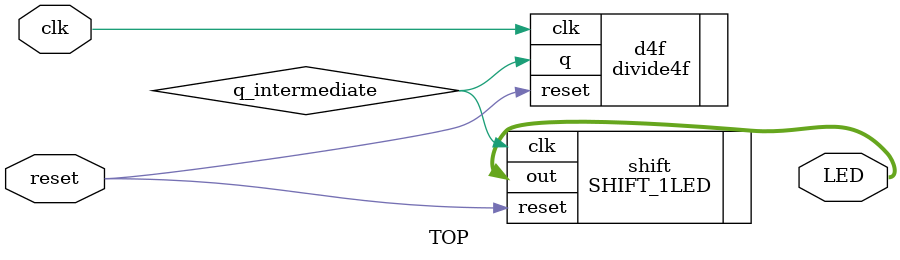
<source format=v>
`timescale 1ns / 1ps

 module TOP(
    input clk,
    input reset,
    output [7:0] LED
);

wire q_intermediate; 


SHIFT_1LED shift(
	.reset(reset),
	.clk(q_intermediate),
	.out(LED));
	
divide4f d4f(
    .reset(reset),
    .clk(clk),
    .q(q_intermediate)
);

endmodule
</source>
